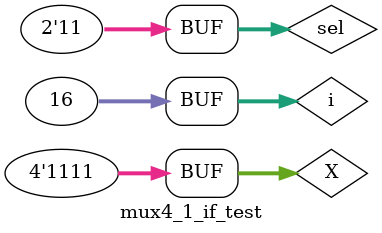
<source format=v>
/*A simple testbench to verify the functionality of our design*/

module mux4_1_if_test;

	// Inputs
	reg [3:0] X;
	reg [1:0] sel;

	// Outputs
	wire Y;
	integer i;
	
	// Instantiate the Unit Under Test (UUT)
	mux4_1_if_top uut (
		.X(X), 
		.sel(sel), 
		.Y(Y)
	);

	initial begin
		// Initialize Inputs
		X = 0;
		sel = 0;
	
	for (i=0;i<16;i=i+1)
	begin
	X=i;
	sel=0;
	#10;
	sel=1;
	#10;
	sel=2;
	#10;
	sel=3;
	#10;
	end
	
   #100;     
	

	end
      
endmodule


</source>
